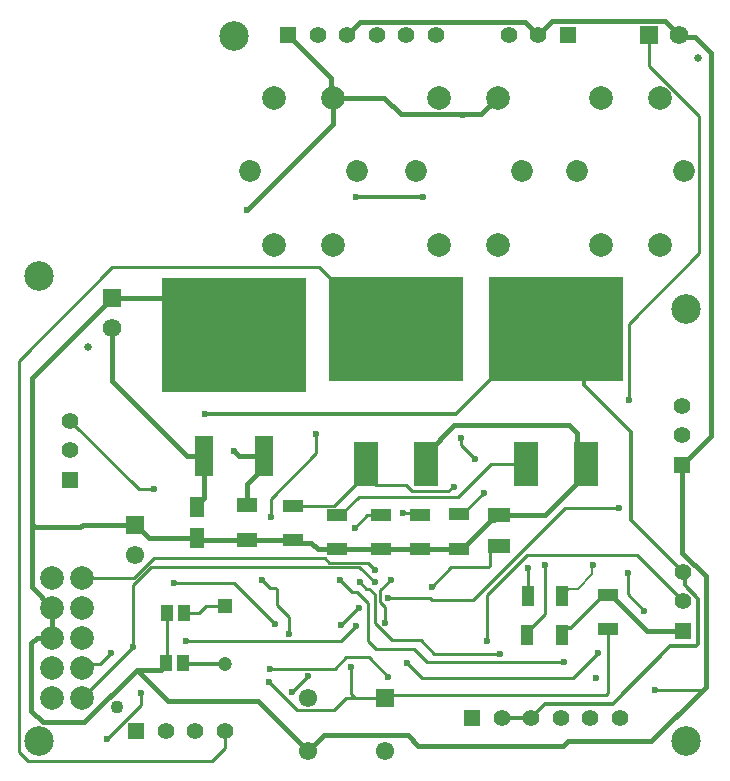
<source format=gtl>
G04*
G04 #@! TF.GenerationSoftware,Altium Limited,Altium Designer,24.1.2 (44)*
G04*
G04 Layer_Physical_Order=1*
G04 Layer_Color=255*
%FSLAX25Y25*%
%MOIN*%
G70*
G04*
G04 #@! TF.SameCoordinates,9647829F-9D65-4518-952E-74710912C15A*
G04*
G04*
G04 #@! TF.FilePolarity,Positive*
G04*
G01*
G75*
%ADD10C,0.00787*%
%ADD11C,0.00984*%
%ADD17R,0.07559X0.05118*%
%ADD18R,0.06693X0.04331*%
%ADD19R,0.08189X0.15000*%
%ADD20R,0.45000X0.35000*%
%ADD21R,0.04152X0.05339*%
%ADD22R,0.04331X0.06693*%
%ADD23R,0.06299X0.13780*%
%ADD24R,0.48031X0.38386*%
%ADD25R,0.07087X0.04528*%
%ADD26R,0.04921X0.07087*%
%ADD38C,0.07874*%
%ADD42R,0.06102X0.06102*%
%ADD43C,0.06102*%
%ADD44R,0.05512X0.05512*%
%ADD45C,0.05512*%
%ADD46R,0.05512X0.05512*%
%ADD51C,0.04331*%
%ADD54C,0.01575*%
%ADD55C,0.01772*%
%ADD56C,0.01181*%
%ADD57C,0.01193*%
%ADD58R,0.04724X0.04724*%
%ADD59C,0.04724*%
%ADD60C,0.07284*%
%ADD61R,0.06102X0.06102*%
%ADD62R,0.06201X0.06201*%
%ADD63C,0.06201*%
%ADD64C,0.02559*%
%ADD65R,0.06201X0.06201*%
%ADD66C,0.09843*%
%ADD67C,0.02362*%
D10*
X185680Y60961D02*
X189861D01*
X194587Y65687D01*
Y68687D01*
D11*
X117000Y63000D02*
X119132Y60868D01*
X120232D01*
X122100Y59000D01*
Y49500D02*
Y59000D01*
X114468Y59732D02*
X116095D01*
X110500Y63700D02*
X114468Y59732D01*
X116095D02*
X119800Y56027D01*
X126600Y57900D02*
X140510D01*
X141130Y57280D01*
X154667D01*
X185286Y87900D01*
X123727Y56380D02*
Y60327D01*
X127300Y63900D01*
X123727Y56380D02*
X125300Y54807D01*
Y49400D02*
Y54807D01*
X127900Y43700D02*
X137400D01*
X122100Y49500D02*
X127900Y43700D01*
X110800Y48800D02*
X116600Y54600D01*
X110700Y48800D02*
X110800D01*
X116600Y54600D02*
X116700D01*
X47427Y68100D02*
X116900D01*
X41600Y62273D02*
X47427Y68100D01*
X116900D02*
X122000Y63000D01*
X84400Y63865D02*
X86965Y61300D01*
X84400Y63865D02*
Y63900D01*
X86965Y61300D02*
X88723D01*
X75200Y62800D02*
X88800Y49200D01*
X55200Y62800D02*
X75200D01*
X119716Y69584D02*
X122100Y67200D01*
X105292Y71184D02*
X106892Y69584D01*
X48412Y71184D02*
X105292D01*
X106892Y69584D02*
X119716D01*
X41828Y64600D02*
X48412Y71184D01*
X24500Y64600D02*
X41828D01*
X89300Y55600D02*
Y60723D01*
X88723Y61300D02*
X89300Y60723D01*
X119800Y43600D02*
Y56027D01*
X41600Y41500D02*
Y62273D01*
X215300Y27300D02*
X231500D01*
X196400Y39487D02*
Y39500D01*
X188113Y31200D02*
X196400Y39487D01*
X137800Y31200D02*
X188113D01*
X132800Y36200D02*
X137800Y31200D01*
X25586Y35686D02*
X30286D01*
X24500Y34600D02*
X25586Y35686D01*
X30286D02*
X34000Y39400D01*
X24600Y24600D02*
X41500Y41500D01*
X24500Y24600D02*
X24600D01*
X41500Y41500D02*
X41600D01*
X110700Y43500D02*
X115800Y48600D01*
X59000Y43500D02*
X110700D01*
X93500Y45900D02*
Y51400D01*
X52643Y36300D02*
Y52800D01*
X52443Y36100D02*
X52643Y36300D01*
X137400Y43700D02*
X141900Y39200D01*
X119800Y43600D02*
X122500Y40900D01*
X135000D02*
X139500Y36400D01*
X122500Y40900D02*
X135000D01*
X139500Y36400D02*
X185100D01*
X96148Y20315D02*
X108561D01*
X86763Y29700D02*
X96148Y20315D01*
X112605Y24358D02*
X125495D01*
X108561Y20315D02*
X112605Y24358D01*
X94400Y26400D02*
X99700Y31700D01*
X114200Y25700D02*
Y34800D01*
X32800Y10900D02*
X44100Y22200D01*
Y26000D01*
X87200Y34100D02*
X108700D01*
X89300Y55600D02*
X93500Y51400D01*
X88800Y49200D02*
Y49200D01*
X87300Y84800D02*
Y90814D01*
X102500Y106014D02*
Y112400D01*
X87300Y90814D02*
X102500Y106014D01*
X206331Y59069D02*
X211800Y53600D01*
X206331Y59069D02*
Y66069D01*
X199123Y25600D02*
X199700Y26177D01*
X125495Y24358D02*
X126737Y25600D01*
X199123D01*
X199700Y26177D02*
Y47400D01*
X206800Y123800D02*
Y149300D01*
X178800Y52490D02*
Y68800D01*
X173000Y58517D02*
Y67800D01*
X185286Y87900D02*
X203400D01*
X206800Y149300D02*
X230150Y172650D01*
X20600Y116843D02*
X43343Y94100D01*
X48300D01*
X150900Y108900D02*
Y111200D01*
Y108900D02*
X155600Y104200D01*
X159700Y68000D02*
X160313Y68613D01*
X162380Y75100D02*
X163600D01*
X160313Y73033D02*
X162380Y75100D01*
X160313Y68613D02*
Y73033D01*
X147600Y68000D02*
X159700D01*
X141200Y61600D02*
X147600Y68000D01*
X150000Y85709D02*
X151181D01*
X158372Y92900D01*
X146527Y93400D02*
X148027Y94900D01*
X134404Y93400D02*
X146527D01*
X132312Y95492D02*
X134404Y93400D01*
X119000Y99094D02*
X122602Y95492D01*
X132312D01*
X148027Y94900D02*
X148400D01*
X119000Y99094D02*
Y102500D01*
X116673Y91500D02*
X149700D01*
X110581Y85409D02*
X116673Y91500D01*
X149700D02*
X160700Y102500D01*
X131300Y86200D02*
X136609D01*
X137200Y85609D01*
X94800Y88609D02*
X108514D01*
X119000Y99094D01*
X115300Y81300D02*
X119550Y85550D01*
X124041D01*
X124100Y85609D01*
X112600Y38000D02*
X120100D01*
X126600Y31500D01*
X108700Y34100D02*
X112600Y38000D01*
X159600Y58900D02*
X172700Y72000D01*
X159600Y43400D02*
Y58900D01*
X172700Y72000D02*
X209567D01*
X224867Y56700D01*
X185100Y36400D02*
X185200Y36500D01*
X141900Y39200D02*
X163900D01*
X115400Y24500D02*
X125353D01*
X114200Y25700D02*
X115400Y24500D01*
X160700Y102500D02*
X172500D01*
X109400Y85409D02*
X110581D01*
X213600Y235135D02*
Y245600D01*
Y235135D02*
X230150Y218585D01*
Y172650D02*
Y218585D01*
X172983Y58500D02*
X173000Y58517D01*
X172891Y46581D02*
X178800Y52490D01*
X125353Y24500D02*
X125495Y24358D01*
X3400Y6400D02*
Y136800D01*
X6300Y3500D02*
X67900D01*
X3400Y6400D02*
X6300Y3500D01*
X67900D02*
X72043Y7643D01*
Y13600D01*
X3400Y136800D02*
X34600Y168000D01*
X103500D01*
X124000Y147500D02*
X129000D01*
X103500Y168000D02*
X124000Y147500D01*
X50859Y33922D02*
X52443Y35506D01*
Y36100D01*
X65700Y55000D02*
X72194D01*
X72200Y55006D01*
X63500Y52800D02*
X65700Y55000D01*
X58357Y52800D02*
X63500D01*
D17*
X163600Y85415D02*
D03*
Y75100D02*
D03*
D18*
X199700Y47400D02*
D03*
Y58817D02*
D03*
X150000Y74291D02*
D03*
Y85709D02*
D03*
X137200Y74191D02*
D03*
Y85609D02*
D03*
X124100Y74191D02*
D03*
Y85609D02*
D03*
X94800Y88609D02*
D03*
Y77191D02*
D03*
X109400Y73991D02*
D03*
Y85409D02*
D03*
D19*
X139000Y102500D02*
D03*
X119000D02*
D03*
X192500D02*
D03*
X172500D02*
D03*
D20*
X129000Y147500D02*
D03*
X182500D02*
D03*
D21*
X52643Y52800D02*
D03*
X58357D02*
D03*
X58157Y36100D02*
D03*
X52443D02*
D03*
D22*
X172983Y58500D02*
D03*
X184400D02*
D03*
X184309Y45400D02*
D03*
X172891D02*
D03*
D23*
X65000Y105047D02*
D03*
X85000D02*
D03*
D24*
X75000Y145500D02*
D03*
D25*
X79400Y88906D02*
D03*
Y77094D02*
D03*
D26*
X62900Y88018D02*
D03*
Y77782D02*
D03*
D38*
X108126Y224606D02*
D03*
Y175394D02*
D03*
X88441Y224606D02*
D03*
Y175394D02*
D03*
X217158Y224606D02*
D03*
Y175394D02*
D03*
X197472Y224606D02*
D03*
Y175394D02*
D03*
X163201Y224606D02*
D03*
Y175394D02*
D03*
X143516Y224606D02*
D03*
Y175394D02*
D03*
X14500Y64600D02*
D03*
Y54600D02*
D03*
Y44600D02*
D03*
Y34600D02*
D03*
Y24600D02*
D03*
X24500Y64600D02*
D03*
Y54600D02*
D03*
Y44600D02*
D03*
Y34600D02*
D03*
Y24600D02*
D03*
D42*
X125495Y24358D02*
D03*
D43*
X42100Y72300D02*
D03*
X99905Y24358D02*
D03*
X125495Y6642D02*
D03*
X99905D02*
D03*
D44*
X154515Y17800D02*
D03*
X186300Y245500D02*
D03*
X93157D02*
D03*
X42515Y13600D02*
D03*
D45*
X164358Y17800D02*
D03*
X174200D02*
D03*
X184043D02*
D03*
X193885D02*
D03*
X203728D02*
D03*
X224867Y56700D02*
D03*
Y66543D02*
D03*
X224600Y112100D02*
D03*
Y121943D02*
D03*
X176457Y245500D02*
D03*
X166615D02*
D03*
X142370D02*
D03*
X132528D02*
D03*
X122685D02*
D03*
X112843D02*
D03*
X103000D02*
D03*
X20600Y107000D02*
D03*
Y116843D02*
D03*
X52357Y13600D02*
D03*
X62200D02*
D03*
X72043D02*
D03*
D46*
X224867Y46858D02*
D03*
X224600Y102258D02*
D03*
X20600Y97158D02*
D03*
D51*
X36216Y21474D02*
D03*
D54*
X214200Y10000D02*
X231500Y27300D01*
X234073Y111730D02*
Y239520D01*
X186466Y10000D02*
X214200D01*
X184866Y8400D02*
X186466Y10000D01*
X132997Y12000D02*
X136597Y8400D01*
X184866D01*
X105263Y12000D02*
X132997D01*
X83047Y23500D02*
X99905Y6642D01*
X105263Y12000D01*
X231500Y27300D02*
X232309Y28109D01*
X42622Y33922D02*
X50859D01*
X232309Y28109D02*
Y65243D01*
X224600Y72952D02*
X232309Y65243D01*
X224600Y72952D02*
Y102258D01*
X112843Y245500D02*
X117186Y249843D01*
X172114D01*
X176457Y245500D01*
X181245Y250288D01*
X218755D01*
X223443Y245600D01*
X224328Y244715D01*
X228877D01*
X224600Y102258D02*
X234073Y111730D01*
X228877Y244715D02*
X234073Y239520D01*
X189400Y105600D02*
X192500Y102500D01*
X189400Y105600D02*
Y112900D01*
X186900Y115400D02*
X189400Y112900D01*
X148494Y115400D02*
X186900D01*
X139000Y105906D02*
X148494Y115400D01*
X139000Y102500D02*
Y105906D01*
X53045Y23500D02*
X83047D01*
X42622Y33922D02*
X53045Y23500D01*
X11400Y16400D02*
X25100D01*
X42622Y33922D01*
X9300Y44600D02*
X14500D01*
X7500Y20300D02*
Y42800D01*
Y20300D02*
X11400Y16400D01*
X7500Y42800D02*
X9300Y44600D01*
D55*
X130622Y218984D02*
X157577D01*
X46618Y77782D02*
X62900D01*
X42100Y82300D02*
X46618Y77782D01*
X192500Y99094D02*
Y102500D01*
X163600Y85415D02*
X178820D01*
X192500Y99094D01*
X151181Y74291D02*
X160631Y83742D01*
X161927D01*
X150000Y74291D02*
X151181D01*
X161927Y83742D02*
X163600Y85415D01*
X137250Y74241D02*
X149950D01*
X150000Y74291D01*
X137200Y74191D02*
X137250Y74241D01*
X124100Y74191D02*
X137200D01*
X109500Y74091D02*
X124000D01*
X109400Y73991D02*
X109500Y74091D01*
X124000D02*
X124100Y74191D01*
X103060Y73991D02*
X109400D01*
X94800Y77191D02*
X95744Y76248D01*
X100804D02*
X103060Y73991D01*
X95744Y76248D02*
X100804D01*
X94752Y77143D02*
X94800Y77191D01*
X79449Y77143D02*
X94752D01*
X79400Y77094D02*
X79449Y77143D01*
X79400Y95707D02*
X85000Y101307D01*
Y105047D01*
X79400Y88906D02*
Y95707D01*
X184400Y58500D02*
Y59681D01*
X185680Y60961D01*
X194587Y68687D02*
X194700Y68800D01*
X172891Y45400D02*
Y46581D01*
X184309D02*
X185588Y47861D01*
X184309Y45400D02*
Y46581D01*
X198519Y58817D02*
X199700D01*
X200881D02*
X212841Y46858D01*
X224867D01*
X199700Y58817D02*
X200881D01*
X157577Y218984D02*
X163200Y224606D01*
X124999D02*
X130622Y218984D01*
X108126Y224606D02*
X124999D01*
X107457Y225276D02*
Y231201D01*
X93157Y245500D02*
X107457Y231201D01*
Y225276D02*
X108126Y224606D01*
X79400Y187200D02*
X108126Y215926D01*
Y224606D01*
X76853Y105047D02*
X85000D01*
X75000Y106900D02*
X76853Y105047D01*
X14500Y44600D02*
Y54600D01*
X7700Y61400D02*
Y82343D01*
Y61400D02*
X14500Y54600D01*
X62900Y77782D02*
X63587Y77094D01*
X79400D01*
X23839Y81305D02*
X24833Y82300D01*
X7700Y82343D02*
X8738Y81305D01*
X7700Y82343D02*
Y131143D01*
X24833Y82300D02*
X42100D01*
X8738Y81305D02*
X23839D01*
X7700Y131143D02*
X34300Y157743D01*
X65000Y91201D02*
Y105047D01*
X62900Y89101D02*
X65000Y91201D01*
X62900Y88018D02*
Y89101D01*
X34300Y130100D02*
Y147900D01*
X59353Y105047D02*
X65000D01*
X34300Y130100D02*
X59353Y105047D01*
X62757Y157743D02*
X75000Y145500D01*
X34300Y157743D02*
X62757D01*
D56*
X178800Y22400D02*
X201300D01*
X220600Y41700D01*
X174200Y17800D02*
X178800Y22400D01*
X164358Y17800D02*
X174200D01*
X220600Y41700D02*
X229108D01*
X229800Y42392D01*
Y57631D01*
X225416Y62015D02*
X229800Y57631D01*
X207600Y83810D02*
Y113100D01*
Y83810D02*
X224867Y66543D01*
X191780Y128920D02*
X207600Y113100D01*
X224867Y66543D02*
X225416Y65994D01*
Y62015D02*
Y65994D01*
X182500Y147500D02*
X191780Y138220D01*
Y128920D02*
Y138220D01*
X187562Y47861D02*
X198519Y58817D01*
X185588Y47861D02*
X187562D01*
X149000Y119000D02*
X177500Y147500D01*
X65300Y119000D02*
X149000D01*
X177500Y147500D02*
X182500D01*
X58157Y36100D02*
X58464Y35794D01*
X72200D01*
D57*
X115800Y191500D02*
X138200D01*
D58*
X72200Y55006D02*
D03*
D59*
Y35794D02*
D03*
D60*
X80567Y200000D02*
D03*
X116000D02*
D03*
X189598D02*
D03*
X225032D02*
D03*
X135642D02*
D03*
X171075D02*
D03*
D61*
X42100Y82300D02*
D03*
D62*
X213600Y245600D02*
D03*
D63*
X223443D02*
D03*
X34300Y147900D02*
D03*
D64*
X229742Y237726D02*
D03*
X26426Y141601D02*
D03*
D65*
X34300Y157743D02*
D03*
D66*
X10000Y165000D02*
D03*
Y10000D02*
D03*
X225800Y10200D02*
D03*
X225700Y154300D02*
D03*
X75000Y245000D02*
D03*
D67*
X117000Y63000D02*
D03*
X110500Y63700D02*
D03*
X126600Y57900D02*
D03*
X125300Y49400D02*
D03*
X110700Y48800D02*
D03*
X84400Y63900D02*
D03*
X55200Y62800D02*
D03*
X122100Y67200D02*
D03*
X122000Y63000D02*
D03*
X127300Y63900D02*
D03*
X215300Y27300D02*
D03*
X195900Y31200D02*
D03*
X196400Y39500D02*
D03*
X34000Y39400D02*
D03*
X41600Y41500D02*
D03*
X59000Y43500D02*
D03*
X93500Y45900D02*
D03*
X115800Y48600D02*
D03*
X116700Y54600D02*
D03*
X86763Y29700D02*
D03*
X99700Y31700D02*
D03*
X94400Y26400D02*
D03*
X114200Y34800D02*
D03*
X44100Y26000D02*
D03*
X32800Y10900D02*
D03*
X87200Y34100D02*
D03*
X88800Y49200D02*
D03*
X87300Y84800D02*
D03*
X102500Y112400D02*
D03*
X206331Y66069D02*
D03*
X211800Y53600D02*
D03*
X206800Y123800D02*
D03*
X178800Y68800D02*
D03*
X173000Y67800D02*
D03*
X203400Y87900D02*
D03*
X132800Y36200D02*
D03*
X48300Y94100D02*
D03*
X150900Y111200D02*
D03*
X155600Y104200D02*
D03*
X151300Y218900D02*
D03*
X141200Y61600D02*
D03*
X158372Y92900D02*
D03*
X148400Y94900D02*
D03*
X131300Y86200D02*
D03*
X115300Y81300D02*
D03*
X126600Y31500D02*
D03*
X159600Y43400D02*
D03*
X185200Y36500D02*
D03*
X163900Y39200D02*
D03*
X194700Y68800D02*
D03*
X79400Y187200D02*
D03*
X75000Y106900D02*
D03*
X65300Y119000D02*
D03*
X115800Y191500D02*
D03*
X138200D02*
D03*
M02*

</source>
